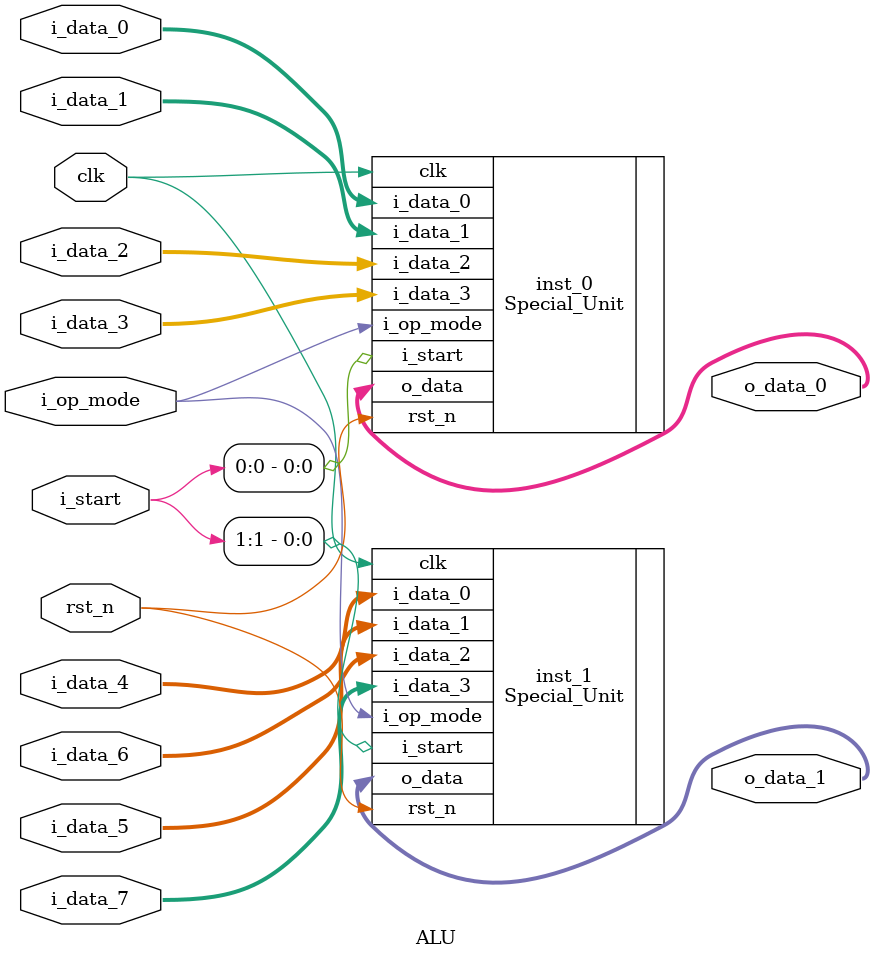
<source format=v>
`timescale 1ns / 1ps

module ALU 
#(
    parameter DATA_WIDTH   = 32,
    parameter NUM_FRAC_BIT = 30
)
(  
    input                     clk,
    input                     rst_n,

    input [1:0]               i_start,
    input                     i_op_mode, // 0: Sparse || 1: Dense
    input [DATA_WIDTH*2-1:0]  i_data_0,  // {Real_Value, Imaginary_Value}
    input [DATA_WIDTH*2-1:0]  i_data_1,  // {Real_Value, Imaginary_Value}
    input [DATA_WIDTH*2-1:0]  i_data_2,  // {Real_Value, Imaginary_Value}
    input [DATA_WIDTH*2-1:0]  i_data_3,  // {Real_Value, Imaginary_Value}
    input [DATA_WIDTH*2-1:0]  i_data_4,  // {Real_Value, Imaginary_Value}
    input [DATA_WIDTH*2-1:0]  i_data_5,  // {Real_Value, Imaginary_Value}
    input [DATA_WIDTH*2-1:0]  i_data_6,  // {Real_Value, Imaginary_Value}
    input [DATA_WIDTH*2-1:0]  i_data_7,  // {Real_Value, Imaginary_Value}
    
    output [DATA_WIDTH*2-1:0] o_data_0,
    output [DATA_WIDTH*2-1:0] o_data_1
);
    Special_Unit 
    #(
        .DATA_WIDTH(DATA_WIDTH),
        .NUM_FRAC_BIT(NUM_FRAC_BIT)
    )
    inst_0
    (  
        .clk(clk),
        .rst_n(rst_n),

        .i_start(i_start[0]),
        .i_op_mode(i_op_mode),
        .i_data_0(i_data_0),
        .i_data_1(i_data_1),
        .i_data_2(i_data_2),
        .i_data_3(i_data_3),
        
        .o_data(o_data_0)
    );

    Special_Unit 
    #(
        .DATA_WIDTH(DATA_WIDTH),
        .NUM_FRAC_BIT(NUM_FRAC_BIT)
    )
    inst_1
    (  
        .clk(clk),
        .rst_n(rst_n),

        .i_start(i_start[1]),
        .i_op_mode(i_op_mode),
        .i_data_0(i_data_4),
        .i_data_1(i_data_5),
        .i_data_2(i_data_6),
        .i_data_3(i_data_7),
        
        .o_data(o_data_1)
    );
endmodule
</source>
